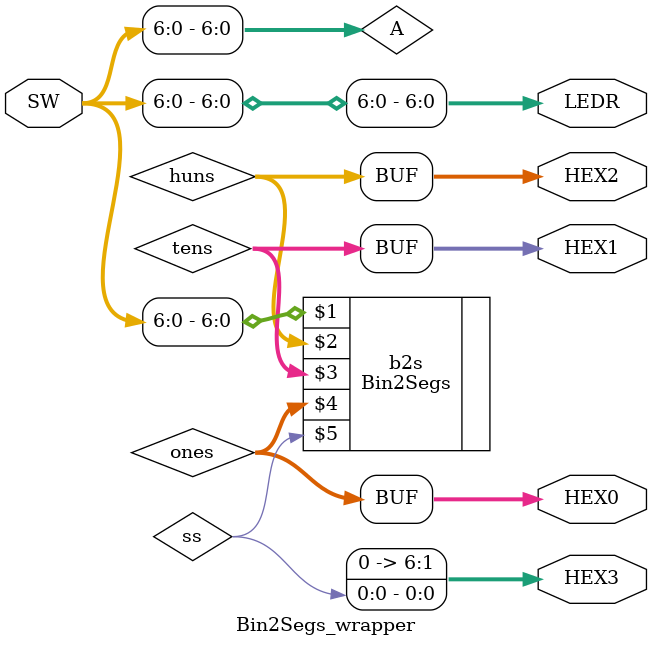
<source format=v>
module Bin2Segs_wrapper(SW, HEX0, HEX1, HEX2, HEX3, LEDR);
	input [17:0] SW;
	output [6:0] HEX0, HEX1, HEX2, HEX3; //7-seg displays
	output [17:0] LEDR; //Red LEDs
	wire [6:0] A;
	wire [6:0] huns, tens, ones; //hundreds, tens, and ones signals
	wire ss;                     //This is the sign signal that goes to HEX3...
									     //The sign signal lights up segment 6 of HEX3 if input is a negative number
	
	
	assign A[6:0] = SW[6:0];
	assign LEDR[6:0] = A[6:0];
	assign HEX0 = ones;
	assign HEX1 = tens;
	assign HEX2 = huns;
	
	/* 1.  TO DO: You need one line of Verilog code that lights up the negative sign (segment 6) of HEX3.
	          There are several ways to do this and, as a hint, think of how you can use concatenation {} and bitwise NOT ~
	*/
    assign HEX3 = ss;
	
	/* 2.  TO DO: Instantiate one Bin2Segs module below.  Make sure you pay attention to the wire names given to you (decalred above).
	*/
    Bin2Segs b2s(A, huns, tens, ones, ss);

endmodule

</source>
